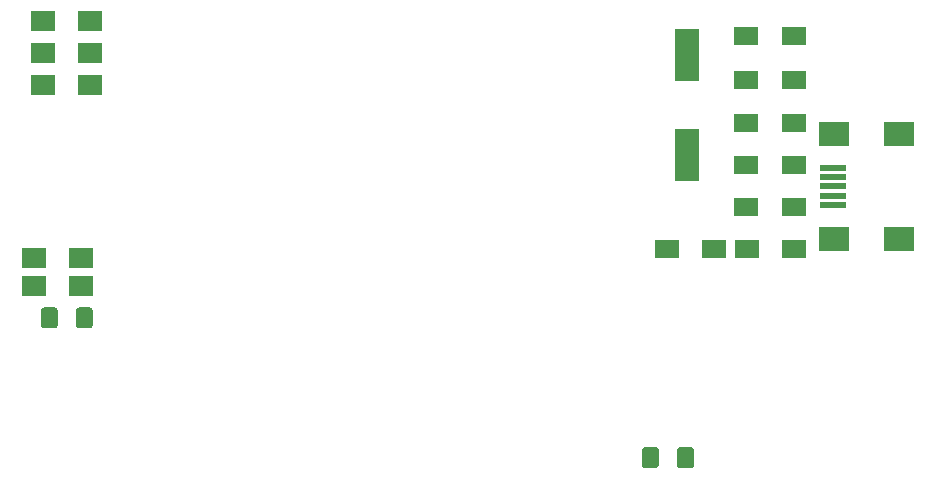
<source format=gbr>
G04 #@! TF.GenerationSoftware,KiCad,Pcbnew,(5.0.2)-1*
G04 #@! TF.CreationDate,2019-08-24T11:33:58-04:00*
G04 #@! TF.ProjectId,doof_PCB,646f6f66-5f50-4434-922e-6b696361645f,rev?*
G04 #@! TF.SameCoordinates,Original*
G04 #@! TF.FileFunction,Paste,Top*
G04 #@! TF.FilePolarity,Positive*
%FSLAX46Y46*%
G04 Gerber Fmt 4.6, Leading zero omitted, Abs format (unit mm)*
G04 Created by KiCad (PCBNEW (5.0.2)-1) date 8/24/2019 11:33:58 AM*
%MOMM*%
%LPD*%
G01*
G04 APERTURE LIST*
%ADD10R,2.000000X4.500000*%
%ADD11R,2.000000X1.600000*%
%ADD12R,2.499360X1.998980*%
%ADD13R,2.301240X0.500380*%
%ADD14R,2.000000X1.700000*%
%ADD15C,0.100000*%
%ADD16C,1.425000*%
G04 APERTURE END LIST*
D10*
G04 #@! TO.C,Y1*
X166014000Y-38743200D03*
X166014000Y-30243200D03*
G04 #@! TD*
D11*
G04 #@! TO.C,C1*
X175037000Y-32382900D03*
X171037000Y-32382900D03*
G04 #@! TD*
G04 #@! TO.C,C2*
X175037000Y-43142900D03*
X171037000Y-43142900D03*
G04 #@! TD*
G04 #@! TO.C,C3*
X171037000Y-28702900D03*
X175037000Y-28702900D03*
G04 #@! TD*
G04 #@! TO.C,C4*
X171037000Y-39622900D03*
X175037000Y-39622900D03*
G04 #@! TD*
G04 #@! TO.C,C5*
X168268000Y-46685200D03*
X164268000Y-46685200D03*
G04 #@! TD*
G04 #@! TO.C,C6*
X171076000Y-46685200D03*
X175076000Y-46685200D03*
G04 #@! TD*
G04 #@! TO.C,C7*
X175037000Y-36052900D03*
X171037000Y-36052900D03*
G04 #@! TD*
D12*
G04 #@! TO.C,J3*
X183982560Y-45852080D03*
X178483460Y-45852080D03*
X178483460Y-36951920D03*
X183982560Y-36951920D03*
D13*
X178381860Y-39801800D03*
X178381860Y-40601900D03*
X178381860Y-41402000D03*
X178381860Y-42202100D03*
X178381860Y-43002200D03*
G04 #@! TD*
D14*
G04 #@! TO.C,R1*
X115487000Y-32816800D03*
X111487000Y-32816800D03*
G04 #@! TD*
G04 #@! TO.C,R2*
X111487000Y-27381200D03*
X115487000Y-27381200D03*
G04 #@! TD*
G04 #@! TO.C,R3*
X115487000Y-30073600D03*
X111487000Y-30073600D03*
G04 #@! TD*
G04 #@! TO.C,R4*
X110725000Y-49834800D03*
X114725000Y-49834800D03*
G04 #@! TD*
G04 #@! TO.C,R5*
X110725000Y-47498000D03*
X114725000Y-47498000D03*
G04 #@! TD*
D15*
G04 #@! TO.C,C8*
G36*
X166363504Y-63489804D02*
X166387773Y-63493404D01*
X166411571Y-63499365D01*
X166434671Y-63507630D01*
X166456849Y-63518120D01*
X166477893Y-63530733D01*
X166497598Y-63545347D01*
X166515777Y-63561823D01*
X166532253Y-63580002D01*
X166546867Y-63599707D01*
X166559480Y-63620751D01*
X166569970Y-63642929D01*
X166578235Y-63666029D01*
X166584196Y-63689827D01*
X166587796Y-63714096D01*
X166589000Y-63738600D01*
X166589000Y-64988600D01*
X166587796Y-65013104D01*
X166584196Y-65037373D01*
X166578235Y-65061171D01*
X166569970Y-65084271D01*
X166559480Y-65106449D01*
X166546867Y-65127493D01*
X166532253Y-65147198D01*
X166515777Y-65165377D01*
X166497598Y-65181853D01*
X166477893Y-65196467D01*
X166456849Y-65209080D01*
X166434671Y-65219570D01*
X166411571Y-65227835D01*
X166387773Y-65233796D01*
X166363504Y-65237396D01*
X166339000Y-65238600D01*
X165414000Y-65238600D01*
X165389496Y-65237396D01*
X165365227Y-65233796D01*
X165341429Y-65227835D01*
X165318329Y-65219570D01*
X165296151Y-65209080D01*
X165275107Y-65196467D01*
X165255402Y-65181853D01*
X165237223Y-65165377D01*
X165220747Y-65147198D01*
X165206133Y-65127493D01*
X165193520Y-65106449D01*
X165183030Y-65084271D01*
X165174765Y-65061171D01*
X165168804Y-65037373D01*
X165165204Y-65013104D01*
X165164000Y-64988600D01*
X165164000Y-63738600D01*
X165165204Y-63714096D01*
X165168804Y-63689827D01*
X165174765Y-63666029D01*
X165183030Y-63642929D01*
X165193520Y-63620751D01*
X165206133Y-63599707D01*
X165220747Y-63580002D01*
X165237223Y-63561823D01*
X165255402Y-63545347D01*
X165275107Y-63530733D01*
X165296151Y-63518120D01*
X165318329Y-63507630D01*
X165341429Y-63499365D01*
X165365227Y-63493404D01*
X165389496Y-63489804D01*
X165414000Y-63488600D01*
X166339000Y-63488600D01*
X166363504Y-63489804D01*
X166363504Y-63489804D01*
G37*
D16*
X165876500Y-64363600D03*
D15*
G36*
X163388504Y-63489804D02*
X163412773Y-63493404D01*
X163436571Y-63499365D01*
X163459671Y-63507630D01*
X163481849Y-63518120D01*
X163502893Y-63530733D01*
X163522598Y-63545347D01*
X163540777Y-63561823D01*
X163557253Y-63580002D01*
X163571867Y-63599707D01*
X163584480Y-63620751D01*
X163594970Y-63642929D01*
X163603235Y-63666029D01*
X163609196Y-63689827D01*
X163612796Y-63714096D01*
X163614000Y-63738600D01*
X163614000Y-64988600D01*
X163612796Y-65013104D01*
X163609196Y-65037373D01*
X163603235Y-65061171D01*
X163594970Y-65084271D01*
X163584480Y-65106449D01*
X163571867Y-65127493D01*
X163557253Y-65147198D01*
X163540777Y-65165377D01*
X163522598Y-65181853D01*
X163502893Y-65196467D01*
X163481849Y-65209080D01*
X163459671Y-65219570D01*
X163436571Y-65227835D01*
X163412773Y-65233796D01*
X163388504Y-65237396D01*
X163364000Y-65238600D01*
X162439000Y-65238600D01*
X162414496Y-65237396D01*
X162390227Y-65233796D01*
X162366429Y-65227835D01*
X162343329Y-65219570D01*
X162321151Y-65209080D01*
X162300107Y-65196467D01*
X162280402Y-65181853D01*
X162262223Y-65165377D01*
X162245747Y-65147198D01*
X162231133Y-65127493D01*
X162218520Y-65106449D01*
X162208030Y-65084271D01*
X162199765Y-65061171D01*
X162193804Y-65037373D01*
X162190204Y-65013104D01*
X162189000Y-64988600D01*
X162189000Y-63738600D01*
X162190204Y-63714096D01*
X162193804Y-63689827D01*
X162199765Y-63666029D01*
X162208030Y-63642929D01*
X162218520Y-63620751D01*
X162231133Y-63599707D01*
X162245747Y-63580002D01*
X162262223Y-63561823D01*
X162280402Y-63545347D01*
X162300107Y-63530733D01*
X162321151Y-63518120D01*
X162343329Y-63507630D01*
X162366429Y-63499365D01*
X162390227Y-63493404D01*
X162414496Y-63489804D01*
X162439000Y-63488600D01*
X163364000Y-63488600D01*
X163388504Y-63489804D01*
X163388504Y-63489804D01*
G37*
D16*
X162901500Y-64363600D03*
G04 #@! TD*
D15*
G04 #@! TO.C,C15*
G36*
X115461504Y-51653404D02*
X115485773Y-51657004D01*
X115509571Y-51662965D01*
X115532671Y-51671230D01*
X115554849Y-51681720D01*
X115575893Y-51694333D01*
X115595598Y-51708947D01*
X115613777Y-51725423D01*
X115630253Y-51743602D01*
X115644867Y-51763307D01*
X115657480Y-51784351D01*
X115667970Y-51806529D01*
X115676235Y-51829629D01*
X115682196Y-51853427D01*
X115685796Y-51877696D01*
X115687000Y-51902200D01*
X115687000Y-53152200D01*
X115685796Y-53176704D01*
X115682196Y-53200973D01*
X115676235Y-53224771D01*
X115667970Y-53247871D01*
X115657480Y-53270049D01*
X115644867Y-53291093D01*
X115630253Y-53310798D01*
X115613777Y-53328977D01*
X115595598Y-53345453D01*
X115575893Y-53360067D01*
X115554849Y-53372680D01*
X115532671Y-53383170D01*
X115509571Y-53391435D01*
X115485773Y-53397396D01*
X115461504Y-53400996D01*
X115437000Y-53402200D01*
X114512000Y-53402200D01*
X114487496Y-53400996D01*
X114463227Y-53397396D01*
X114439429Y-53391435D01*
X114416329Y-53383170D01*
X114394151Y-53372680D01*
X114373107Y-53360067D01*
X114353402Y-53345453D01*
X114335223Y-53328977D01*
X114318747Y-53310798D01*
X114304133Y-53291093D01*
X114291520Y-53270049D01*
X114281030Y-53247871D01*
X114272765Y-53224771D01*
X114266804Y-53200973D01*
X114263204Y-53176704D01*
X114262000Y-53152200D01*
X114262000Y-51902200D01*
X114263204Y-51877696D01*
X114266804Y-51853427D01*
X114272765Y-51829629D01*
X114281030Y-51806529D01*
X114291520Y-51784351D01*
X114304133Y-51763307D01*
X114318747Y-51743602D01*
X114335223Y-51725423D01*
X114353402Y-51708947D01*
X114373107Y-51694333D01*
X114394151Y-51681720D01*
X114416329Y-51671230D01*
X114439429Y-51662965D01*
X114463227Y-51657004D01*
X114487496Y-51653404D01*
X114512000Y-51652200D01*
X115437000Y-51652200D01*
X115461504Y-51653404D01*
X115461504Y-51653404D01*
G37*
D16*
X114974500Y-52527200D03*
D15*
G36*
X112486504Y-51653404D02*
X112510773Y-51657004D01*
X112534571Y-51662965D01*
X112557671Y-51671230D01*
X112579849Y-51681720D01*
X112600893Y-51694333D01*
X112620598Y-51708947D01*
X112638777Y-51725423D01*
X112655253Y-51743602D01*
X112669867Y-51763307D01*
X112682480Y-51784351D01*
X112692970Y-51806529D01*
X112701235Y-51829629D01*
X112707196Y-51853427D01*
X112710796Y-51877696D01*
X112712000Y-51902200D01*
X112712000Y-53152200D01*
X112710796Y-53176704D01*
X112707196Y-53200973D01*
X112701235Y-53224771D01*
X112692970Y-53247871D01*
X112682480Y-53270049D01*
X112669867Y-53291093D01*
X112655253Y-53310798D01*
X112638777Y-53328977D01*
X112620598Y-53345453D01*
X112600893Y-53360067D01*
X112579849Y-53372680D01*
X112557671Y-53383170D01*
X112534571Y-53391435D01*
X112510773Y-53397396D01*
X112486504Y-53400996D01*
X112462000Y-53402200D01*
X111537000Y-53402200D01*
X111512496Y-53400996D01*
X111488227Y-53397396D01*
X111464429Y-53391435D01*
X111441329Y-53383170D01*
X111419151Y-53372680D01*
X111398107Y-53360067D01*
X111378402Y-53345453D01*
X111360223Y-53328977D01*
X111343747Y-53310798D01*
X111329133Y-53291093D01*
X111316520Y-53270049D01*
X111306030Y-53247871D01*
X111297765Y-53224771D01*
X111291804Y-53200973D01*
X111288204Y-53176704D01*
X111287000Y-53152200D01*
X111287000Y-51902200D01*
X111288204Y-51877696D01*
X111291804Y-51853427D01*
X111297765Y-51829629D01*
X111306030Y-51806529D01*
X111316520Y-51784351D01*
X111329133Y-51763307D01*
X111343747Y-51743602D01*
X111360223Y-51725423D01*
X111378402Y-51708947D01*
X111398107Y-51694333D01*
X111419151Y-51681720D01*
X111441329Y-51671230D01*
X111464429Y-51662965D01*
X111488227Y-51657004D01*
X111512496Y-51653404D01*
X111537000Y-51652200D01*
X112462000Y-51652200D01*
X112486504Y-51653404D01*
X112486504Y-51653404D01*
G37*
D16*
X111999500Y-52527200D03*
G04 #@! TD*
M02*

</source>
